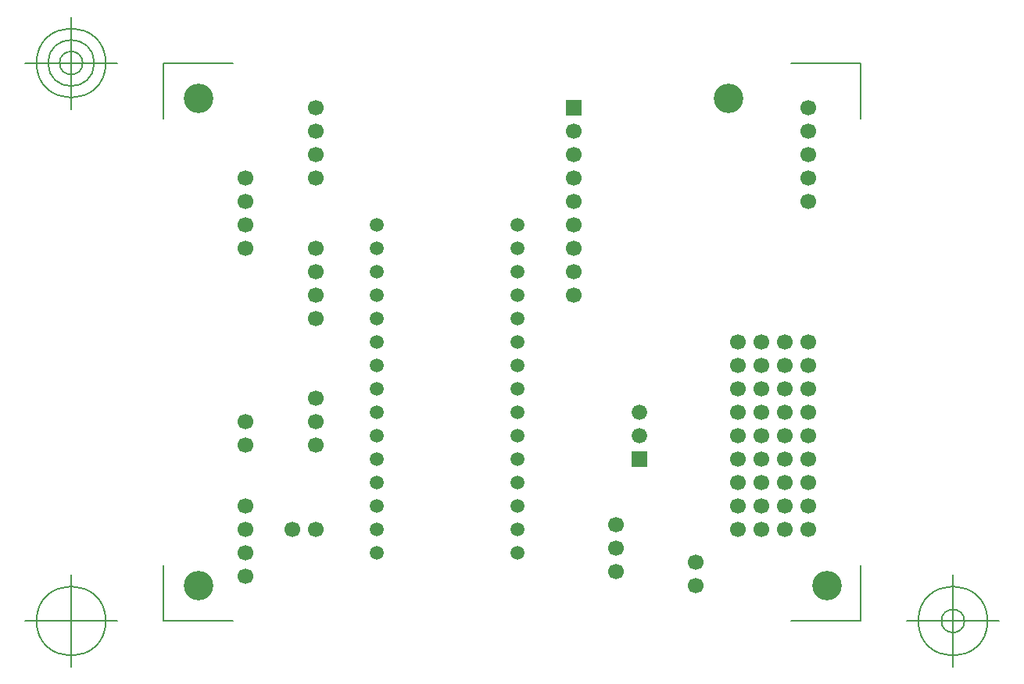
<source format=gbr>
G04 Generated by Ultiboard 14.2 *
%FSLAX34Y34*%
%MOMM*%

%ADD10C,0.0001*%
%ADD11C,0.1270*%
%ADD12C,3.2000*%
%ADD13C,1.7000*%
%ADD14R,1.7000X1.7000*%
%ADD15C,1.5000*%
%ADD16C,1.6764*%
%ADD17R,1.6764X1.6764*%


G04 ColorRGB 9900CC for the following layer *
%LNSolder Mask Bottom*%
%LPD*%
G54D10*
G54D11*
X-2540Y-2540D02*
X-2540Y57968D01*
X-2540Y-2540D02*
X72968Y-2540D01*
X752540Y-2540D02*
X677032Y-2540D01*
X752540Y-2540D02*
X752540Y57968D01*
X752540Y602540D02*
X752540Y542032D01*
X752540Y602540D02*
X677032Y602540D01*
X-2540Y602540D02*
X72968Y602540D01*
X-2540Y602540D02*
X-2540Y542032D01*
X-52540Y-2540D02*
X-152540Y-2540D01*
X-102540Y-52540D02*
X-102540Y47460D01*
X-140040Y-2540D02*
G75*
D01*
G02X-140040Y-2540I37500J0*
G01*
X802540Y-2540D02*
X902540Y-2540D01*
X852540Y-52540D02*
X852540Y47460D01*
X815040Y-2540D02*
G75*
D01*
G02X815040Y-2540I37500J0*
G01*
X840040Y-2540D02*
G75*
D01*
G02X840040Y-2540I12500J0*
G01*
X-52540Y602540D02*
X-152540Y602540D01*
X-102540Y552540D02*
X-102540Y652540D01*
X-140040Y602540D02*
G75*
D01*
G02X-140040Y602540I37500J0*
G01*
X-127540Y602540D02*
G75*
D01*
G02X-127540Y602540I25000J0*
G01*
X-115040Y602540D02*
G75*
D01*
G02X-115040Y602540I12500J0*
G01*
G54D12*
X35560Y35560D03*
X35560Y563880D03*
X716280Y35560D03*
X609600Y563880D03*
G54D13*
X441960Y528320D03*
X441960Y502920D03*
X441960Y477520D03*
X441960Y452120D03*
X441960Y426720D03*
X441960Y401320D03*
X441960Y375920D03*
X441960Y350520D03*
X695960Y452120D03*
X695960Y553720D03*
X695960Y528320D03*
X695960Y502920D03*
X695960Y477520D03*
X86360Y45720D03*
X86360Y71120D03*
X86360Y96520D03*
X86360Y121920D03*
X574040Y35560D03*
X574040Y60960D03*
X137160Y96520D03*
X162560Y96520D03*
X162560Y187960D03*
X162560Y213360D03*
X162560Y238760D03*
X86360Y187960D03*
X86360Y213360D03*
X162560Y325120D03*
X162560Y350520D03*
X162560Y375920D03*
X162560Y401320D03*
X86360Y477520D03*
X86360Y452120D03*
X86360Y426720D03*
X86360Y401320D03*
X162560Y477520D03*
X162560Y502920D03*
X162560Y528320D03*
X162560Y553720D03*
X487680Y50800D03*
X487680Y76200D03*
X487680Y101600D03*
X695960Y299720D03*
X695960Y274320D03*
X695960Y248920D03*
X695960Y223520D03*
X695960Y198120D03*
X670560Y299720D03*
X670560Y274320D03*
X670560Y248920D03*
X670560Y223520D03*
X670560Y198120D03*
X619760Y299720D03*
X619760Y274320D03*
X619760Y248920D03*
X619760Y223520D03*
X619760Y198120D03*
X645160Y198120D03*
X645160Y223520D03*
X645160Y248920D03*
X645160Y274320D03*
X645160Y299720D03*
X619760Y121920D03*
X645160Y121920D03*
X670560Y121920D03*
X695960Y121920D03*
X619760Y147320D03*
X645160Y147320D03*
X670560Y147320D03*
X695960Y147320D03*
X619760Y172720D03*
X645160Y172720D03*
X670560Y172720D03*
X695960Y172720D03*
X619760Y96520D03*
X645160Y96520D03*
X670560Y96520D03*
X695960Y96520D03*
G54D14*
X441960Y553720D03*
G54D15*
X228600Y426720D03*
X228600Y401320D03*
X228600Y375920D03*
X228600Y350520D03*
X228600Y325120D03*
X228600Y299720D03*
X228600Y274320D03*
X228600Y248920D03*
X228600Y223520D03*
X228600Y198120D03*
X228600Y172720D03*
X228600Y147320D03*
X228600Y121920D03*
X228600Y96520D03*
X228600Y71120D03*
X381000Y426720D03*
X381000Y401320D03*
X381000Y375920D03*
X381000Y350520D03*
X381000Y325120D03*
X381000Y299720D03*
X381000Y274320D03*
X381000Y248920D03*
X381000Y223520D03*
X381000Y198120D03*
X381000Y172720D03*
X381000Y147320D03*
X381000Y121920D03*
X381000Y96520D03*
X381000Y71120D03*
G54D16*
X513080Y198120D03*
X513080Y223520D03*
G54D17*
X513080Y172720D03*

M02*

</source>
